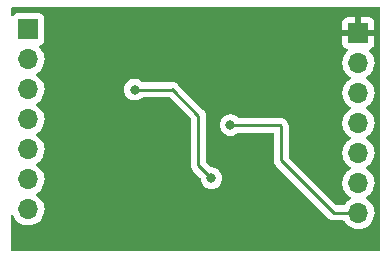
<source format=gbr>
%TF.GenerationSoftware,KiCad,Pcbnew,6.0.5-a6ca702e91~116~ubuntu20.04.1*%
%TF.CreationDate,2022-05-07T22:14:54-05:00*%
%TF.ProjectId,Ebyte_E28-2G4M27S_2_4GHz_LoRa_v001,45627974-655f-4453-9238-2d3247344d32,rev?*%
%TF.SameCoordinates,Original*%
%TF.FileFunction,Copper,L2,Bot*%
%TF.FilePolarity,Positive*%
%FSLAX46Y46*%
G04 Gerber Fmt 4.6, Leading zero omitted, Abs format (unit mm)*
G04 Created by KiCad (PCBNEW 6.0.5-a6ca702e91~116~ubuntu20.04.1) date 2022-05-07 22:14:54*
%MOMM*%
%LPD*%
G01*
G04 APERTURE LIST*
%TA.AperFunction,ComponentPad*%
%ADD10R,1.700000X1.700000*%
%TD*%
%TA.AperFunction,ComponentPad*%
%ADD11O,1.700000X1.700000*%
%TD*%
%TA.AperFunction,ViaPad*%
%ADD12C,0.800000*%
%TD*%
%TA.AperFunction,Conductor*%
%ADD13C,0.250000*%
%TD*%
G04 APERTURE END LIST*
D10*
%TO.P,J1,1,Pin_1*%
%TO.N,VCC*%
X139700000Y-78300000D03*
D11*
%TO.P,J1,2,Pin_2*%
%TO.N,D4*%
X139700000Y-80840000D03*
%TO.P,J1,3,Pin_3*%
%TO.N,D3*%
X139700000Y-83380000D03*
%TO.P,J1,4,Pin_4*%
%TO.N,D13{slash}SCK*%
X139700000Y-85920000D03*
%TO.P,J1,5,Pin_5*%
%TO.N,D12{slash}MISO*%
X139700000Y-88460000D03*
%TO.P,J1,6,Pin_6*%
%TO.N,D2{slash}INT0*%
X139700000Y-91000000D03*
%TO.P,J1,7,Pin_7*%
%TO.N,A5{slash}SCL*%
X139700000Y-93540000D03*
%TD*%
D10*
%TO.P,J2,1,Pin_1*%
%TO.N,GND*%
X167640000Y-78600000D03*
D11*
%TO.P,J2,2,Pin_2*%
%TO.N,D5*%
X167640000Y-81140000D03*
%TO.P,J2,3,Pin_3*%
%TO.N,D7*%
X167640000Y-83680000D03*
%TO.P,J2,4,Pin_4*%
%TO.N,D9*%
X167640000Y-86220000D03*
%TO.P,J2,5,Pin_5*%
%TO.N,D10{slash}SS*%
X167640000Y-88760000D03*
%TO.P,J2,6,Pin_6*%
%TO.N,D11{slash}MOSI*%
X167640000Y-91300000D03*
%TO.P,J2,7,Pin_7*%
%TO.N,D6*%
X167640000Y-93840000D03*
%TD*%
D12*
%TO.N,GND*%
X150600000Y-89100000D03*
X152100000Y-95300000D03*
X150400000Y-95300000D03*
X152000000Y-89100000D03*
X158100000Y-95400000D03*
X159800000Y-95400000D03*
%TO.N,D3*%
X155200000Y-90900000D03*
X148700000Y-83400000D03*
%TO.N,D6*%
X156800000Y-86400000D03*
%TD*%
D13*
%TO.N,D3*%
X154100000Y-85600000D02*
X151880000Y-83380000D01*
X151900000Y-83400000D02*
X152300000Y-83800000D01*
X154100000Y-89800000D02*
X154100000Y-85600000D01*
X148700000Y-83400000D02*
X151900000Y-83400000D01*
X155200000Y-90900000D02*
X154100000Y-89800000D01*
%TO.N,D6*%
X161100000Y-86500000D02*
X161000000Y-86400000D01*
X161000000Y-86400000D02*
X156800000Y-86400000D01*
X161100000Y-89400000D02*
X161100000Y-86500000D01*
X167640000Y-93840000D02*
X165540000Y-93840000D01*
X165540000Y-93840000D02*
X161100000Y-89400000D01*
%TD*%
%TA.AperFunction,Conductor*%
%TO.N,GND*%
G36*
X169433621Y-76428502D02*
G01*
X169480114Y-76482158D01*
X169491500Y-76534500D01*
X169491500Y-96965500D01*
X169471498Y-97033621D01*
X169417842Y-97080114D01*
X169365500Y-97091500D01*
X138334500Y-97091500D01*
X138266379Y-97071498D01*
X138219886Y-97017842D01*
X138208500Y-96965500D01*
X138208500Y-94123156D01*
X138228502Y-94055035D01*
X138282158Y-94008542D01*
X138352432Y-93998438D01*
X138417012Y-94027932D01*
X138451243Y-94075752D01*
X138470492Y-94123156D01*
X138483266Y-94154616D01*
X138485965Y-94159020D01*
X138569293Y-94294999D01*
X138599987Y-94345088D01*
X138746250Y-94513938D01*
X138918126Y-94656632D01*
X139111000Y-94769338D01*
X139319692Y-94849030D01*
X139324760Y-94850061D01*
X139324763Y-94850062D01*
X139432017Y-94871883D01*
X139538597Y-94893567D01*
X139543772Y-94893757D01*
X139543774Y-94893757D01*
X139756673Y-94901564D01*
X139756677Y-94901564D01*
X139761837Y-94901753D01*
X139766957Y-94901097D01*
X139766959Y-94901097D01*
X139978288Y-94874025D01*
X139978289Y-94874025D01*
X139983416Y-94873368D01*
X139988366Y-94871883D01*
X140192429Y-94810661D01*
X140192434Y-94810659D01*
X140197384Y-94809174D01*
X140397994Y-94710896D01*
X140579860Y-94581173D01*
X140738096Y-94423489D01*
X140746072Y-94412390D01*
X140865435Y-94246277D01*
X140868453Y-94242077D01*
X140873312Y-94232247D01*
X140965136Y-94046453D01*
X140965137Y-94046451D01*
X140967430Y-94041811D01*
X141032370Y-93828069D01*
X141061529Y-93606590D01*
X141063156Y-93540000D01*
X141044852Y-93317361D01*
X140990431Y-93100702D01*
X140901354Y-92895840D01*
X140780014Y-92708277D01*
X140629670Y-92543051D01*
X140625619Y-92539852D01*
X140625615Y-92539848D01*
X140458414Y-92407800D01*
X140458410Y-92407798D01*
X140454359Y-92404598D01*
X140413053Y-92381796D01*
X140363084Y-92331364D01*
X140348312Y-92261921D01*
X140373428Y-92195516D01*
X140400780Y-92168909D01*
X140444603Y-92137650D01*
X140579860Y-92041173D01*
X140738096Y-91883489D01*
X140797594Y-91800689D01*
X140865435Y-91706277D01*
X140868453Y-91702077D01*
X140872543Y-91693803D01*
X140965136Y-91506453D01*
X140965137Y-91506451D01*
X140967430Y-91501811D01*
X141032370Y-91288069D01*
X141061529Y-91066590D01*
X141063156Y-91000000D01*
X141044852Y-90777361D01*
X140990431Y-90560702D01*
X140901354Y-90355840D01*
X140847949Y-90273288D01*
X140782822Y-90172617D01*
X140782820Y-90172614D01*
X140780014Y-90168277D01*
X140629670Y-90003051D01*
X140625619Y-89999852D01*
X140625615Y-89999848D01*
X140458414Y-89867800D01*
X140458410Y-89867798D01*
X140454359Y-89864598D01*
X140413053Y-89841796D01*
X140363084Y-89791364D01*
X140348312Y-89721921D01*
X140373428Y-89655516D01*
X140400780Y-89628909D01*
X140444603Y-89597650D01*
X140579860Y-89501173D01*
X140738096Y-89343489D01*
X140754089Y-89321233D01*
X140865435Y-89166277D01*
X140868453Y-89162077D01*
X140906347Y-89085405D01*
X140965136Y-88966453D01*
X140965137Y-88966451D01*
X140967430Y-88961811D01*
X141032370Y-88748069D01*
X141061529Y-88526590D01*
X141063156Y-88460000D01*
X141044852Y-88237361D01*
X140990431Y-88020702D01*
X140901354Y-87815840D01*
X140780014Y-87628277D01*
X140629670Y-87463051D01*
X140625619Y-87459852D01*
X140625615Y-87459848D01*
X140458414Y-87327800D01*
X140458410Y-87327798D01*
X140454359Y-87324598D01*
X140413053Y-87301796D01*
X140363084Y-87251364D01*
X140348312Y-87181921D01*
X140373428Y-87115516D01*
X140400780Y-87088909D01*
X140450419Y-87053502D01*
X140579860Y-86961173D01*
X140738096Y-86803489D01*
X140797594Y-86720689D01*
X140865435Y-86626277D01*
X140868453Y-86622077D01*
X140927335Y-86502939D01*
X140965136Y-86426453D01*
X140965137Y-86426451D01*
X140967430Y-86421811D01*
X141020722Y-86246407D01*
X141030865Y-86213023D01*
X141030865Y-86213021D01*
X141032370Y-86208069D01*
X141061529Y-85986590D01*
X141062545Y-85945016D01*
X141063074Y-85923365D01*
X141063074Y-85923361D01*
X141063156Y-85920000D01*
X141044852Y-85697361D01*
X140990431Y-85480702D01*
X140901354Y-85275840D01*
X140844077Y-85187303D01*
X140782822Y-85092617D01*
X140782820Y-85092614D01*
X140780014Y-85088277D01*
X140629670Y-84923051D01*
X140625619Y-84919852D01*
X140625615Y-84919848D01*
X140458414Y-84787800D01*
X140458410Y-84787798D01*
X140454359Y-84784598D01*
X140413053Y-84761796D01*
X140363084Y-84711364D01*
X140348312Y-84641921D01*
X140373428Y-84575516D01*
X140400780Y-84548909D01*
X140444603Y-84517650D01*
X140579860Y-84421173D01*
X140738096Y-84263489D01*
X140797594Y-84180689D01*
X140865435Y-84086277D01*
X140868453Y-84082077D01*
X140890263Y-84037949D01*
X140965136Y-83886453D01*
X140965137Y-83886451D01*
X140967430Y-83881811D01*
X141032370Y-83668069D01*
X141061529Y-83446590D01*
X141062507Y-83406565D01*
X141062667Y-83400000D01*
X147786496Y-83400000D01*
X147787186Y-83406565D01*
X147804334Y-83569715D01*
X147806458Y-83589928D01*
X147865473Y-83771556D01*
X147868776Y-83777278D01*
X147868777Y-83777279D01*
X147902686Y-83836010D01*
X147960960Y-83936944D01*
X147965378Y-83941851D01*
X147965379Y-83941852D01*
X148008578Y-83989829D01*
X148088747Y-84078866D01*
X148243248Y-84191118D01*
X148249276Y-84193802D01*
X148249278Y-84193803D01*
X148411681Y-84266109D01*
X148417712Y-84268794D01*
X148511113Y-84288647D01*
X148598056Y-84307128D01*
X148598061Y-84307128D01*
X148604513Y-84308500D01*
X148795487Y-84308500D01*
X148801939Y-84307128D01*
X148801944Y-84307128D01*
X148888887Y-84288647D01*
X148982288Y-84268794D01*
X148988319Y-84266109D01*
X149150722Y-84193803D01*
X149150724Y-84193802D01*
X149156752Y-84191118D01*
X149311253Y-84078866D01*
X149315668Y-84073963D01*
X149320580Y-84069540D01*
X149321705Y-84070789D01*
X149375014Y-84037949D01*
X149408200Y-84033500D01*
X151585406Y-84033500D01*
X151653527Y-84053502D01*
X151674501Y-84070405D01*
X153429595Y-85825500D01*
X153463621Y-85887812D01*
X153466500Y-85914595D01*
X153466500Y-89721233D01*
X153465973Y-89732416D01*
X153464298Y-89739909D01*
X153464547Y-89747835D01*
X153464547Y-89747836D01*
X153466438Y-89807986D01*
X153466500Y-89811945D01*
X153466500Y-89839856D01*
X153466997Y-89843790D01*
X153466997Y-89843791D01*
X153467005Y-89843856D01*
X153467938Y-89855693D01*
X153469327Y-89899889D01*
X153474978Y-89919339D01*
X153478987Y-89938700D01*
X153481526Y-89958797D01*
X153484445Y-89966168D01*
X153484445Y-89966170D01*
X153497804Y-89999912D01*
X153501649Y-90011142D01*
X153511008Y-90043357D01*
X153513982Y-90053593D01*
X153518015Y-90060412D01*
X153518017Y-90060417D01*
X153524293Y-90071028D01*
X153532988Y-90088776D01*
X153540448Y-90107617D01*
X153545110Y-90114033D01*
X153545110Y-90114034D01*
X153566436Y-90143387D01*
X153572952Y-90153307D01*
X153579630Y-90164598D01*
X153595458Y-90191362D01*
X153609779Y-90205683D01*
X153622619Y-90220716D01*
X153634528Y-90237107D01*
X153640634Y-90242158D01*
X153668605Y-90265298D01*
X153677384Y-90273288D01*
X154252878Y-90848782D01*
X154286904Y-90911094D01*
X154289093Y-90924707D01*
X154305680Y-91082522D01*
X154306458Y-91089928D01*
X154365473Y-91271556D01*
X154460960Y-91436944D01*
X154588747Y-91578866D01*
X154743248Y-91691118D01*
X154749276Y-91693802D01*
X154749278Y-91693803D01*
X154911681Y-91766109D01*
X154917712Y-91768794D01*
X155011112Y-91788647D01*
X155098056Y-91807128D01*
X155098061Y-91807128D01*
X155104513Y-91808500D01*
X155295487Y-91808500D01*
X155301939Y-91807128D01*
X155301944Y-91807128D01*
X155388887Y-91788647D01*
X155482288Y-91768794D01*
X155488319Y-91766109D01*
X155650722Y-91693803D01*
X155650724Y-91693802D01*
X155656752Y-91691118D01*
X155811253Y-91578866D01*
X155939040Y-91436944D01*
X156034527Y-91271556D01*
X156093542Y-91089928D01*
X156094321Y-91082522D01*
X156112814Y-90906565D01*
X156113504Y-90900000D01*
X156093542Y-90710072D01*
X156034527Y-90528444D01*
X156030885Y-90522135D01*
X155984698Y-90442138D01*
X155939040Y-90363056D01*
X155851019Y-90265298D01*
X155815675Y-90226045D01*
X155815674Y-90226044D01*
X155811253Y-90221134D01*
X155656752Y-90108882D01*
X155650724Y-90106198D01*
X155650722Y-90106197D01*
X155488319Y-90033891D01*
X155488318Y-90033891D01*
X155482288Y-90031206D01*
X155367797Y-90006870D01*
X155301944Y-89992872D01*
X155301939Y-89992872D01*
X155295487Y-89991500D01*
X155239595Y-89991500D01*
X155171474Y-89971498D01*
X155150499Y-89954595D01*
X154770404Y-89574499D01*
X154736379Y-89512187D01*
X154733500Y-89485404D01*
X154733500Y-86400000D01*
X155886496Y-86400000D01*
X155887186Y-86406565D01*
X155905285Y-86578763D01*
X155906458Y-86589928D01*
X155965473Y-86771556D01*
X155968776Y-86777278D01*
X155968777Y-86777279D01*
X155986016Y-86807137D01*
X156060960Y-86936944D01*
X156065378Y-86941851D01*
X156065379Y-86941852D01*
X156147899Y-87033500D01*
X156188747Y-87078866D01*
X156343248Y-87191118D01*
X156349276Y-87193802D01*
X156349278Y-87193803D01*
X156511681Y-87266109D01*
X156517712Y-87268794D01*
X156611113Y-87288647D01*
X156698056Y-87307128D01*
X156698061Y-87307128D01*
X156704513Y-87308500D01*
X156895487Y-87308500D01*
X156901939Y-87307128D01*
X156901944Y-87307128D01*
X156988887Y-87288647D01*
X157082288Y-87268794D01*
X157088319Y-87266109D01*
X157250722Y-87193803D01*
X157250724Y-87193802D01*
X157256752Y-87191118D01*
X157372342Y-87107137D01*
X157397430Y-87088909D01*
X157411253Y-87078866D01*
X157415668Y-87073963D01*
X157420580Y-87069540D01*
X157421705Y-87070789D01*
X157475014Y-87037949D01*
X157508200Y-87033500D01*
X160340500Y-87033500D01*
X160408621Y-87053502D01*
X160455114Y-87107158D01*
X160466500Y-87159500D01*
X160466500Y-89321233D01*
X160465973Y-89332416D01*
X160464298Y-89339909D01*
X160464547Y-89347835D01*
X160464547Y-89347836D01*
X160466438Y-89407986D01*
X160466500Y-89411945D01*
X160466500Y-89439856D01*
X160466997Y-89443790D01*
X160466997Y-89443791D01*
X160467005Y-89443856D01*
X160467938Y-89455693D01*
X160469327Y-89499889D01*
X160472900Y-89512187D01*
X160474978Y-89519339D01*
X160478987Y-89538700D01*
X160481526Y-89558797D01*
X160484445Y-89566168D01*
X160484445Y-89566170D01*
X160497804Y-89599912D01*
X160501649Y-89611142D01*
X160511771Y-89645983D01*
X160513982Y-89653593D01*
X160518015Y-89660412D01*
X160518017Y-89660417D01*
X160524293Y-89671028D01*
X160532988Y-89688776D01*
X160540448Y-89707617D01*
X160545110Y-89714033D01*
X160545110Y-89714034D01*
X160566436Y-89743387D01*
X160572952Y-89753307D01*
X160595458Y-89791362D01*
X160609779Y-89805683D01*
X160622619Y-89820716D01*
X160634528Y-89837107D01*
X160640634Y-89842158D01*
X160668605Y-89865298D01*
X160677384Y-89873288D01*
X165036343Y-94232247D01*
X165043887Y-94240537D01*
X165048000Y-94247018D01*
X165053777Y-94252443D01*
X165097667Y-94293658D01*
X165100509Y-94296413D01*
X165120230Y-94316134D01*
X165123425Y-94318612D01*
X165132447Y-94326318D01*
X165164679Y-94356586D01*
X165171628Y-94360406D01*
X165182432Y-94366346D01*
X165198956Y-94377199D01*
X165214959Y-94389613D01*
X165255543Y-94407176D01*
X165266173Y-94412383D01*
X165304940Y-94433695D01*
X165312617Y-94435666D01*
X165312622Y-94435668D01*
X165324558Y-94438732D01*
X165343266Y-94445137D01*
X165361855Y-94453181D01*
X165369683Y-94454421D01*
X165369690Y-94454423D01*
X165405524Y-94460099D01*
X165417144Y-94462505D01*
X165452289Y-94471528D01*
X165459970Y-94473500D01*
X165480224Y-94473500D01*
X165499934Y-94475051D01*
X165519943Y-94478220D01*
X165527835Y-94477474D01*
X165563961Y-94474059D01*
X165575819Y-94473500D01*
X166364274Y-94473500D01*
X166432395Y-94493502D01*
X166471707Y-94533665D01*
X166539987Y-94645088D01*
X166686250Y-94813938D01*
X166858126Y-94956632D01*
X167051000Y-95069338D01*
X167259692Y-95149030D01*
X167264760Y-95150061D01*
X167264763Y-95150062D01*
X167372017Y-95171883D01*
X167478597Y-95193567D01*
X167483772Y-95193757D01*
X167483774Y-95193757D01*
X167696673Y-95201564D01*
X167696677Y-95201564D01*
X167701837Y-95201753D01*
X167706957Y-95201097D01*
X167706959Y-95201097D01*
X167918288Y-95174025D01*
X167918289Y-95174025D01*
X167923416Y-95173368D01*
X167928366Y-95171883D01*
X168132429Y-95110661D01*
X168132434Y-95110659D01*
X168137384Y-95109174D01*
X168337994Y-95010896D01*
X168519860Y-94881173D01*
X168527693Y-94873368D01*
X168674435Y-94727137D01*
X168678096Y-94723489D01*
X168808453Y-94542077D01*
X168812611Y-94533665D01*
X168905136Y-94346453D01*
X168905137Y-94346451D01*
X168907430Y-94341811D01*
X168972370Y-94128069D01*
X169001529Y-93906590D01*
X169003156Y-93840000D01*
X168984852Y-93617361D01*
X168930431Y-93400702D01*
X168841354Y-93195840D01*
X168783053Y-93105720D01*
X168722822Y-93012617D01*
X168722820Y-93012614D01*
X168720014Y-93008277D01*
X168569670Y-92843051D01*
X168565619Y-92839852D01*
X168565615Y-92839848D01*
X168398414Y-92707800D01*
X168398410Y-92707798D01*
X168394359Y-92704598D01*
X168353053Y-92681796D01*
X168303084Y-92631364D01*
X168288312Y-92561921D01*
X168313428Y-92495516D01*
X168340780Y-92468909D01*
X168384603Y-92437650D01*
X168519860Y-92341173D01*
X168529704Y-92331364D01*
X168674435Y-92187137D01*
X168678096Y-92183489D01*
X168737594Y-92100689D01*
X168805435Y-92006277D01*
X168808453Y-92002077D01*
X168867063Y-91883489D01*
X168905136Y-91806453D01*
X168905137Y-91806451D01*
X168907430Y-91801811D01*
X168972370Y-91588069D01*
X169001529Y-91366590D01*
X169003156Y-91300000D01*
X168984852Y-91077361D01*
X168930431Y-90860702D01*
X168841354Y-90655840D01*
X168783053Y-90565720D01*
X168722822Y-90472617D01*
X168722820Y-90472614D01*
X168720014Y-90468277D01*
X168569670Y-90303051D01*
X168565619Y-90299852D01*
X168565615Y-90299848D01*
X168398414Y-90167800D01*
X168398410Y-90167798D01*
X168394359Y-90164598D01*
X168353053Y-90141796D01*
X168303084Y-90091364D01*
X168288312Y-90021921D01*
X168313428Y-89955516D01*
X168340780Y-89928909D01*
X168392567Y-89891970D01*
X168519860Y-89801173D01*
X168529704Y-89791364D01*
X168607304Y-89714034D01*
X168678096Y-89643489D01*
X168737594Y-89560689D01*
X168805435Y-89466277D01*
X168808453Y-89462077D01*
X168814541Y-89449760D01*
X168905136Y-89266453D01*
X168905137Y-89266451D01*
X168907430Y-89261811D01*
X168952889Y-89112188D01*
X168970865Y-89053023D01*
X168970865Y-89053021D01*
X168972370Y-89048069D01*
X169001529Y-88826590D01*
X169003156Y-88760000D01*
X168984852Y-88537361D01*
X168930431Y-88320702D01*
X168841354Y-88115840D01*
X168783053Y-88025720D01*
X168722822Y-87932617D01*
X168722820Y-87932614D01*
X168720014Y-87928277D01*
X168569670Y-87763051D01*
X168565619Y-87759852D01*
X168565615Y-87759848D01*
X168398414Y-87627800D01*
X168398410Y-87627798D01*
X168394359Y-87624598D01*
X168353053Y-87601796D01*
X168303084Y-87551364D01*
X168288312Y-87481921D01*
X168313428Y-87415516D01*
X168340780Y-87388909D01*
X168384603Y-87357650D01*
X168519860Y-87261173D01*
X168529704Y-87251364D01*
X168674435Y-87107137D01*
X168678096Y-87103489D01*
X168737594Y-87020689D01*
X168805435Y-86926277D01*
X168808453Y-86922077D01*
X168867063Y-86803489D01*
X168905136Y-86726453D01*
X168905137Y-86726451D01*
X168907430Y-86721811D01*
X168949493Y-86583365D01*
X168970865Y-86513023D01*
X168970865Y-86513021D01*
X168972370Y-86508069D01*
X169001529Y-86286590D01*
X169003156Y-86220000D01*
X168984852Y-85997361D01*
X168930431Y-85780702D01*
X168841354Y-85575840D01*
X168783053Y-85485720D01*
X168722822Y-85392617D01*
X168722820Y-85392614D01*
X168720014Y-85388277D01*
X168569670Y-85223051D01*
X168565619Y-85219852D01*
X168565615Y-85219848D01*
X168398414Y-85087800D01*
X168398410Y-85087798D01*
X168394359Y-85084598D01*
X168353053Y-85061796D01*
X168303084Y-85011364D01*
X168288312Y-84941921D01*
X168313428Y-84875516D01*
X168340780Y-84848909D01*
X168384603Y-84817650D01*
X168519860Y-84721173D01*
X168529704Y-84711364D01*
X168674435Y-84567137D01*
X168678096Y-84563489D01*
X168737594Y-84480689D01*
X168805435Y-84386277D01*
X168808453Y-84382077D01*
X168867063Y-84263489D01*
X168905136Y-84186453D01*
X168905137Y-84186451D01*
X168907430Y-84181811D01*
X168951139Y-84037949D01*
X168970865Y-83973023D01*
X168970865Y-83973021D01*
X168972370Y-83968069D01*
X169001529Y-83746590D01*
X169003156Y-83680000D01*
X168984852Y-83457361D01*
X168930431Y-83240702D01*
X168841354Y-83035840D01*
X168781683Y-82943602D01*
X168722822Y-82852617D01*
X168722820Y-82852614D01*
X168720014Y-82848277D01*
X168569670Y-82683051D01*
X168565619Y-82679852D01*
X168565615Y-82679848D01*
X168398414Y-82547800D01*
X168398410Y-82547798D01*
X168394359Y-82544598D01*
X168353053Y-82521796D01*
X168303084Y-82471364D01*
X168288312Y-82401921D01*
X168313428Y-82335516D01*
X168340780Y-82308909D01*
X168384603Y-82277650D01*
X168519860Y-82181173D01*
X168529704Y-82171364D01*
X168674435Y-82027137D01*
X168678096Y-82023489D01*
X168737594Y-81940689D01*
X168805435Y-81846277D01*
X168808453Y-81842077D01*
X168867063Y-81723489D01*
X168905136Y-81646453D01*
X168905137Y-81646451D01*
X168907430Y-81641811D01*
X168972370Y-81428069D01*
X169001529Y-81206590D01*
X169003156Y-81140000D01*
X168984852Y-80917361D01*
X168930431Y-80700702D01*
X168841354Y-80495840D01*
X168783053Y-80405720D01*
X168722822Y-80312617D01*
X168722820Y-80312614D01*
X168720014Y-80308277D01*
X168716540Y-80304459D01*
X168716533Y-80304450D01*
X168572435Y-80146088D01*
X168541383Y-80082242D01*
X168549779Y-80011744D01*
X168594956Y-79956976D01*
X168621400Y-79943307D01*
X168728052Y-79903325D01*
X168743649Y-79894786D01*
X168845724Y-79818285D01*
X168858285Y-79805724D01*
X168934786Y-79703649D01*
X168943324Y-79688054D01*
X168988478Y-79567606D01*
X168992105Y-79552351D01*
X168997631Y-79501486D01*
X168998000Y-79494672D01*
X168998000Y-78872115D01*
X168993525Y-78856876D01*
X168992135Y-78855671D01*
X168984452Y-78854000D01*
X166300116Y-78854000D01*
X166284877Y-78858475D01*
X166283672Y-78859865D01*
X166282001Y-78867548D01*
X166282001Y-79494669D01*
X166282371Y-79501490D01*
X166287895Y-79552352D01*
X166291521Y-79567604D01*
X166336676Y-79688054D01*
X166345214Y-79703649D01*
X166421715Y-79805724D01*
X166434276Y-79818285D01*
X166536351Y-79894786D01*
X166551946Y-79903324D01*
X166660827Y-79944142D01*
X166717591Y-79986784D01*
X166742291Y-80053345D01*
X166727083Y-80122694D01*
X166707691Y-80149175D01*
X166584200Y-80278401D01*
X166580629Y-80282138D01*
X166577715Y-80286410D01*
X166577714Y-80286411D01*
X166502989Y-80395954D01*
X166454743Y-80466680D01*
X166439003Y-80500590D01*
X166384800Y-80617361D01*
X166360688Y-80669305D01*
X166300989Y-80884570D01*
X166277251Y-81106695D01*
X166277548Y-81111848D01*
X166277548Y-81111851D01*
X166283011Y-81206590D01*
X166290110Y-81329715D01*
X166291247Y-81334761D01*
X166291248Y-81334767D01*
X166293882Y-81346453D01*
X166339222Y-81547639D01*
X166377461Y-81641811D01*
X166408923Y-81719292D01*
X166423266Y-81754616D01*
X166539987Y-81945088D01*
X166686250Y-82113938D01*
X166858126Y-82256632D01*
X166928595Y-82297811D01*
X166931445Y-82299476D01*
X166980169Y-82351114D01*
X166993240Y-82420897D01*
X166966509Y-82486669D01*
X166926055Y-82520027D01*
X166913607Y-82526507D01*
X166909474Y-82529610D01*
X166909471Y-82529612D01*
X166739100Y-82657530D01*
X166734965Y-82660635D01*
X166731393Y-82664373D01*
X166605877Y-82795718D01*
X166580629Y-82822138D01*
X166577715Y-82826410D01*
X166577714Y-82826411D01*
X166502989Y-82935954D01*
X166454743Y-83006680D01*
X166439003Y-83040590D01*
X166384800Y-83157361D01*
X166360688Y-83209305D01*
X166300989Y-83424570D01*
X166277251Y-83646695D01*
X166277548Y-83651848D01*
X166277548Y-83651851D01*
X166283011Y-83746590D01*
X166290110Y-83869715D01*
X166291247Y-83874761D01*
X166291248Y-83874767D01*
X166293882Y-83886453D01*
X166339222Y-84087639D01*
X166400673Y-84238976D01*
X166411691Y-84266109D01*
X166423266Y-84294616D01*
X166539987Y-84485088D01*
X166686250Y-84653938D01*
X166858126Y-84796632D01*
X166928595Y-84837811D01*
X166931445Y-84839476D01*
X166980169Y-84891114D01*
X166993240Y-84960897D01*
X166966509Y-85026669D01*
X166926055Y-85060027D01*
X166913607Y-85066507D01*
X166909474Y-85069610D01*
X166909471Y-85069612D01*
X166739100Y-85197530D01*
X166734965Y-85200635D01*
X166731393Y-85204373D01*
X166588391Y-85354016D01*
X166580629Y-85362138D01*
X166577715Y-85366410D01*
X166577714Y-85366411D01*
X166506275Y-85471137D01*
X166454743Y-85546680D01*
X166407716Y-85647992D01*
X166369436Y-85730460D01*
X166360688Y-85749305D01*
X166300989Y-85964570D01*
X166277251Y-86186695D01*
X166277548Y-86191848D01*
X166277548Y-86191851D01*
X166285378Y-86327639D01*
X166290110Y-86409715D01*
X166291247Y-86414761D01*
X166291248Y-86414767D01*
X166301475Y-86460144D01*
X166339222Y-86627639D01*
X166377461Y-86721811D01*
X166408923Y-86799292D01*
X166423266Y-86834616D01*
X166539987Y-87025088D01*
X166686250Y-87193938D01*
X166858126Y-87336632D01*
X166928595Y-87377811D01*
X166931445Y-87379476D01*
X166980169Y-87431114D01*
X166993240Y-87500897D01*
X166966509Y-87566669D01*
X166926055Y-87600027D01*
X166913607Y-87606507D01*
X166909474Y-87609610D01*
X166909471Y-87609612D01*
X166739100Y-87737530D01*
X166734965Y-87740635D01*
X166731393Y-87744373D01*
X166605877Y-87875718D01*
X166580629Y-87902138D01*
X166577715Y-87906410D01*
X166577714Y-87906411D01*
X166502989Y-88015954D01*
X166454743Y-88086680D01*
X166439003Y-88120590D01*
X166384800Y-88237361D01*
X166360688Y-88289305D01*
X166300989Y-88504570D01*
X166277251Y-88726695D01*
X166277548Y-88731848D01*
X166277548Y-88731851D01*
X166283011Y-88826590D01*
X166290110Y-88949715D01*
X166291247Y-88954761D01*
X166291248Y-88954767D01*
X166293882Y-88966453D01*
X166339222Y-89167639D01*
X166377461Y-89261811D01*
X166408923Y-89339292D01*
X166423266Y-89374616D01*
X166539987Y-89565088D01*
X166686250Y-89733938D01*
X166858126Y-89876632D01*
X166884374Y-89891970D01*
X166931445Y-89919476D01*
X166980169Y-89971114D01*
X166993240Y-90040897D01*
X166966509Y-90106669D01*
X166926055Y-90140027D01*
X166913607Y-90146507D01*
X166909474Y-90149610D01*
X166909471Y-90149612D01*
X166744750Y-90273288D01*
X166734965Y-90280635D01*
X166731393Y-90284373D01*
X166605877Y-90415718D01*
X166580629Y-90442138D01*
X166577715Y-90446410D01*
X166577714Y-90446411D01*
X166502989Y-90555954D01*
X166454743Y-90626680D01*
X166439003Y-90660590D01*
X166384800Y-90777361D01*
X166360688Y-90829305D01*
X166300989Y-91044570D01*
X166277251Y-91266695D01*
X166277548Y-91271848D01*
X166277548Y-91271851D01*
X166283011Y-91366590D01*
X166290110Y-91489715D01*
X166291247Y-91494761D01*
X166291248Y-91494767D01*
X166310201Y-91578866D01*
X166339222Y-91707639D01*
X166377461Y-91801811D01*
X166408923Y-91879292D01*
X166423266Y-91914616D01*
X166539987Y-92105088D01*
X166686250Y-92273938D01*
X166858126Y-92416632D01*
X166928595Y-92457811D01*
X166931445Y-92459476D01*
X166980169Y-92511114D01*
X166993240Y-92580897D01*
X166966509Y-92646669D01*
X166926055Y-92680027D01*
X166913607Y-92686507D01*
X166909474Y-92689610D01*
X166909471Y-92689612D01*
X166739100Y-92817530D01*
X166734965Y-92820635D01*
X166731393Y-92824373D01*
X166605877Y-92955718D01*
X166580629Y-92982138D01*
X166577715Y-92986410D01*
X166577714Y-92986411D01*
X166465095Y-93151504D01*
X166410184Y-93196507D01*
X166361007Y-93206500D01*
X165854595Y-93206500D01*
X165786474Y-93186498D01*
X165765500Y-93169595D01*
X161770405Y-89174500D01*
X161736379Y-89112188D01*
X161733500Y-89085405D01*
X161733500Y-86578763D01*
X161734027Y-86567579D01*
X161735701Y-86560091D01*
X161733562Y-86492032D01*
X161733500Y-86488075D01*
X161733500Y-86460144D01*
X161732994Y-86456138D01*
X161732061Y-86444292D01*
X161731134Y-86414767D01*
X161730673Y-86400110D01*
X161725022Y-86380658D01*
X161721014Y-86361306D01*
X161719467Y-86349063D01*
X161718474Y-86341203D01*
X161713104Y-86327639D01*
X161702200Y-86300097D01*
X161698355Y-86288870D01*
X161696719Y-86283240D01*
X161686018Y-86246407D01*
X161681984Y-86239585D01*
X161681981Y-86239579D01*
X161675706Y-86228968D01*
X161667010Y-86211218D01*
X161662472Y-86199756D01*
X161662469Y-86199751D01*
X161659552Y-86192383D01*
X161633573Y-86156625D01*
X161627057Y-86146707D01*
X161608575Y-86115457D01*
X161604542Y-86108637D01*
X161590218Y-86094313D01*
X161577376Y-86079278D01*
X161565472Y-86062893D01*
X161531406Y-86034711D01*
X161522627Y-86026722D01*
X161503652Y-86007747D01*
X161496112Y-85999461D01*
X161492000Y-85992982D01*
X161442348Y-85946356D01*
X161439507Y-85943602D01*
X161419770Y-85923865D01*
X161416573Y-85921385D01*
X161407551Y-85913680D01*
X161381100Y-85888841D01*
X161375321Y-85883414D01*
X161368375Y-85879595D01*
X161368372Y-85879593D01*
X161357566Y-85873652D01*
X161341047Y-85862801D01*
X161335048Y-85858148D01*
X161325041Y-85850386D01*
X161317772Y-85847241D01*
X161317768Y-85847238D01*
X161284463Y-85832826D01*
X161273813Y-85827609D01*
X161235060Y-85806305D01*
X161215437Y-85801267D01*
X161196734Y-85794863D01*
X161185420Y-85789967D01*
X161185419Y-85789967D01*
X161178145Y-85786819D01*
X161170322Y-85785580D01*
X161170312Y-85785577D01*
X161134476Y-85779901D01*
X161122856Y-85777495D01*
X161087711Y-85768472D01*
X161087710Y-85768472D01*
X161080030Y-85766500D01*
X161059776Y-85766500D01*
X161040065Y-85764949D01*
X161027886Y-85763020D01*
X161020057Y-85761780D01*
X161012165Y-85762526D01*
X160976039Y-85765941D01*
X160964181Y-85766500D01*
X157508200Y-85766500D01*
X157440079Y-85746498D01*
X157420853Y-85730157D01*
X157420580Y-85730460D01*
X157415668Y-85726037D01*
X157411253Y-85721134D01*
X157256752Y-85608882D01*
X157250724Y-85606198D01*
X157250722Y-85606197D01*
X157088319Y-85533891D01*
X157088318Y-85533891D01*
X157082288Y-85531206D01*
X156988887Y-85511353D01*
X156901944Y-85492872D01*
X156901939Y-85492872D01*
X156895487Y-85491500D01*
X156704513Y-85491500D01*
X156698061Y-85492872D01*
X156698056Y-85492872D01*
X156611113Y-85511353D01*
X156517712Y-85531206D01*
X156511682Y-85533891D01*
X156511681Y-85533891D01*
X156349278Y-85606197D01*
X156349276Y-85606198D01*
X156343248Y-85608882D01*
X156188747Y-85721134D01*
X156184326Y-85726044D01*
X156184325Y-85726045D01*
X156075203Y-85847238D01*
X156060960Y-85863056D01*
X156047312Y-85886695D01*
X155986317Y-85992342D01*
X155965473Y-86028444D01*
X155906458Y-86210072D01*
X155905768Y-86216633D01*
X155905768Y-86216635D01*
X155905369Y-86220436D01*
X155886496Y-86400000D01*
X154733500Y-86400000D01*
X154733500Y-85678767D01*
X154734027Y-85667584D01*
X154735702Y-85660091D01*
X154733562Y-85592014D01*
X154733500Y-85588055D01*
X154733500Y-85560144D01*
X154732995Y-85556144D01*
X154732062Y-85544301D01*
X154732003Y-85542401D01*
X154730673Y-85500110D01*
X154725022Y-85480658D01*
X154721014Y-85461306D01*
X154719467Y-85449063D01*
X154718474Y-85441203D01*
X154715556Y-85433832D01*
X154702200Y-85400097D01*
X154698355Y-85388870D01*
X154697073Y-85384457D01*
X154686018Y-85346407D01*
X154679697Y-85335718D01*
X154675707Y-85328972D01*
X154667012Y-85311224D01*
X154659552Y-85292383D01*
X154633564Y-85256613D01*
X154627048Y-85246693D01*
X154608580Y-85215465D01*
X154608578Y-85215462D01*
X154604542Y-85208638D01*
X154590221Y-85194317D01*
X154577380Y-85179283D01*
X154570131Y-85169306D01*
X154565472Y-85162893D01*
X154531395Y-85134702D01*
X154522616Y-85126712D01*
X152403652Y-83007747D01*
X152396112Y-82999461D01*
X152392000Y-82992982D01*
X152342348Y-82946356D01*
X152339507Y-82943602D01*
X152299770Y-82903865D01*
X152289113Y-82895599D01*
X152281785Y-82889340D01*
X152281106Y-82888847D01*
X152275321Y-82883414D01*
X152268766Y-82879811D01*
X152268538Y-82879640D01*
X152205041Y-82830386D01*
X152197767Y-82827238D01*
X152197763Y-82827236D01*
X152110503Y-82789476D01*
X152058145Y-82766819D01*
X151900057Y-82741780D01*
X151892165Y-82742526D01*
X151748596Y-82756097D01*
X151748593Y-82756098D01*
X151740708Y-82756843D01*
X151733253Y-82759527D01*
X151725514Y-82761257D01*
X151725380Y-82760656D01*
X151691894Y-82766500D01*
X149408200Y-82766500D01*
X149340079Y-82746498D01*
X149320853Y-82730157D01*
X149320580Y-82730460D01*
X149315668Y-82726037D01*
X149311253Y-82721134D01*
X149264093Y-82686870D01*
X149162094Y-82612763D01*
X149162093Y-82612762D01*
X149156752Y-82608882D01*
X149150724Y-82606198D01*
X149150722Y-82606197D01*
X148988319Y-82533891D01*
X148988318Y-82533891D01*
X148982288Y-82531206D01*
X148888888Y-82511353D01*
X148801944Y-82492872D01*
X148801939Y-82492872D01*
X148795487Y-82491500D01*
X148604513Y-82491500D01*
X148598061Y-82492872D01*
X148598056Y-82492872D01*
X148511112Y-82511353D01*
X148417712Y-82531206D01*
X148411682Y-82533891D01*
X148411681Y-82533891D01*
X148249278Y-82606197D01*
X148249276Y-82606198D01*
X148243248Y-82608882D01*
X148088747Y-82721134D01*
X148084326Y-82726044D01*
X148084325Y-82726045D01*
X147977707Y-82844457D01*
X147960960Y-82863056D01*
X147865473Y-83028444D01*
X147806458Y-83210072D01*
X147805768Y-83216633D01*
X147805768Y-83216635D01*
X147788951Y-83376646D01*
X147786496Y-83400000D01*
X141062667Y-83400000D01*
X141063074Y-83383365D01*
X141063074Y-83383361D01*
X141063156Y-83380000D01*
X141044852Y-83157361D01*
X140990431Y-82940702D01*
X140901354Y-82735840D01*
X140780014Y-82548277D01*
X140629670Y-82383051D01*
X140625619Y-82379852D01*
X140625615Y-82379848D01*
X140458414Y-82247800D01*
X140458410Y-82247798D01*
X140454359Y-82244598D01*
X140413053Y-82221796D01*
X140363084Y-82171364D01*
X140348312Y-82101921D01*
X140373428Y-82035516D01*
X140400780Y-82008909D01*
X140444603Y-81977650D01*
X140579860Y-81881173D01*
X140738096Y-81723489D01*
X140797594Y-81640689D01*
X140865435Y-81546277D01*
X140868453Y-81542077D01*
X140927335Y-81422939D01*
X140965136Y-81346453D01*
X140965137Y-81346451D01*
X140967430Y-81341811D01*
X141032370Y-81128069D01*
X141061529Y-80906590D01*
X141063156Y-80840000D01*
X141044852Y-80617361D01*
X140990431Y-80400702D01*
X140901354Y-80195840D01*
X140780014Y-80008277D01*
X140760205Y-79986507D01*
X140632798Y-79846488D01*
X140601746Y-79782642D01*
X140610141Y-79712143D01*
X140655317Y-79657375D01*
X140681761Y-79643706D01*
X140788297Y-79603767D01*
X140796705Y-79600615D01*
X140913261Y-79513261D01*
X141000615Y-79396705D01*
X141051745Y-79260316D01*
X141058500Y-79198134D01*
X141058500Y-78327885D01*
X166282000Y-78327885D01*
X166286475Y-78343124D01*
X166287865Y-78344329D01*
X166295548Y-78346000D01*
X167367885Y-78346000D01*
X167383124Y-78341525D01*
X167384329Y-78340135D01*
X167386000Y-78332452D01*
X167386000Y-78327885D01*
X167894000Y-78327885D01*
X167898475Y-78343124D01*
X167899865Y-78344329D01*
X167907548Y-78346000D01*
X168979884Y-78346000D01*
X168995123Y-78341525D01*
X168996328Y-78340135D01*
X168997999Y-78332452D01*
X168997999Y-77705331D01*
X168997629Y-77698510D01*
X168992105Y-77647648D01*
X168988479Y-77632396D01*
X168943324Y-77511946D01*
X168934786Y-77496351D01*
X168858285Y-77394276D01*
X168845724Y-77381715D01*
X168743649Y-77305214D01*
X168728054Y-77296676D01*
X168607606Y-77251522D01*
X168592351Y-77247895D01*
X168541486Y-77242369D01*
X168534672Y-77242000D01*
X167912115Y-77242000D01*
X167896876Y-77246475D01*
X167895671Y-77247865D01*
X167894000Y-77255548D01*
X167894000Y-78327885D01*
X167386000Y-78327885D01*
X167386000Y-77260116D01*
X167381525Y-77244877D01*
X167380135Y-77243672D01*
X167372452Y-77242001D01*
X166745331Y-77242001D01*
X166738510Y-77242371D01*
X166687648Y-77247895D01*
X166672396Y-77251521D01*
X166551946Y-77296676D01*
X166536351Y-77305214D01*
X166434276Y-77381715D01*
X166421715Y-77394276D01*
X166345214Y-77496351D01*
X166336676Y-77511946D01*
X166291522Y-77632394D01*
X166287895Y-77647649D01*
X166282369Y-77698514D01*
X166282000Y-77705328D01*
X166282000Y-78327885D01*
X141058500Y-78327885D01*
X141058500Y-77401866D01*
X141051745Y-77339684D01*
X141000615Y-77203295D01*
X140913261Y-77086739D01*
X140796705Y-76999385D01*
X140660316Y-76948255D01*
X140598134Y-76941500D01*
X138801866Y-76941500D01*
X138739684Y-76948255D01*
X138603295Y-76999385D01*
X138486739Y-77086739D01*
X138481358Y-77093919D01*
X138481357Y-77093920D01*
X138435326Y-77155339D01*
X138378467Y-77197854D01*
X138307648Y-77202880D01*
X138245355Y-77168820D01*
X138211365Y-77106489D01*
X138208500Y-77079774D01*
X138208500Y-76534500D01*
X138228502Y-76466379D01*
X138282158Y-76419886D01*
X138334500Y-76408500D01*
X169365500Y-76408500D01*
X169433621Y-76428502D01*
G37*
%TD.AperFunction*%
%TD*%
M02*

</source>
